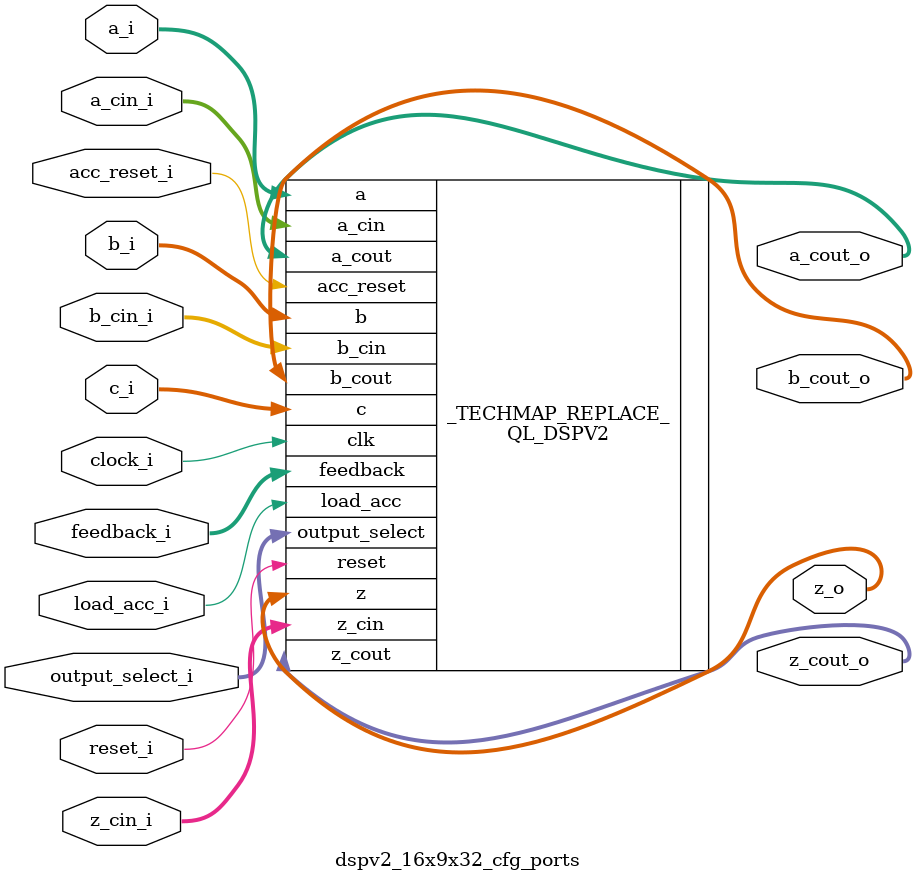
<source format=v>

module dspv2_32x18x64_cfg_ports (
	input  wire [31:0] a_i,
	input  wire [17:0] b_i,
	input  wire [17:0] c_i,
	output wire [49:0] z_o,

	input  wire        clock_i,
	input  wire        reset_i,
	input  wire        acc_reset_i,

	input  wire [ 2:0] feedback_i,
	input  wire        load_acc_i,
	input  wire [ 2:0] output_select_i,
	
	input  wire [31:0] a_cin_i,
	input  wire [17:0] b_cin_i,
	input  wire [49:0] z_cin_i,
	
	output  wire [31:0] a_cout_o,
	output  wire [17:0] b_cout_o,
	output  wire [49:0] z_cout_o

);

	parameter [31:0] COEFF_0 	= 32'h0;
	parameter [5:0]  ACC_FIR   	= 6'h0;
	parameter [2:0]  ROUND 		= 3'h0;
	parameter [4:0]  ZC_SHIFT	= 5'h0;
	parameter [4:0]  ZREG_SHIFT	= 5'h0;
	parameter [5:0]  SHIFT_REG 	= 6'h0;
	parameter  SATURATE  = 1'b0;
	parameter  SUBTRACT  = 1'b0;
	parameter  PRE_ADD   = 1'b0;
	parameter  A_SEL     = 1'b0;
	parameter  A_REG     = 1'b0;
	parameter  B_SEL     = 1'b0;
	parameter  B_REG     = 1'b0;
	parameter  C_REG     = 1'b0;
	parameter  BC_REG    = 1'b0;
	parameter  M_REG     = 1'b0;
	parameter  ZCIN_REG  = 1'b0;
	parameter  FRAC_MODE = 1'b0;  // 32x18x64 DSP

	(* is_inferred *)
	QL_DSPV2 #(
		.MODE_BITS({FRAC_MODE,3'b000,ZCIN_REG,M_REG,BC_REG,C_REG,B_REG,B_SEL,A_REG,A_SEL,PRE_ADD,SUBTRACT,SATURATE,SHIFT_REG,ZREG_SHIFT,ZC_SHIFT,ROUND,ACC_FIR,COEFF_0})
	) _TECHMAP_REPLACE_ (
		.a(a_i),
		.b(b_i),
		.c(c_i),
		.load_acc(load_acc_i),
		.feedback(feedback_i),
		.output_select(output_select_i),
		.z(z_o),
		
		.clk(clock_i),
		.reset(reset_i),
		.acc_reset(acc_reset_i),

		.a_cin(a_cin_i),
		.b_cin(b_cin_i),
		.z_cin(z_cin_i),

		.z_cout(z_cout_o),
		.a_cout(a_cout_o),
		.b_cout(b_cout_o)
	);
	
endmodule

module dspv2_16x9x32_cfg_ports (
	input  wire [15:0] a_i,
	input  wire [8:0] b_i,
	input  wire [8:0] c_i,
	output wire [24:0] z_o,

	input  wire        clock_i,
	input  wire        reset_i,
	input  wire        acc_reset_i,

	input  wire [ 2:0] feedback_i,
	input  wire        load_acc_i,
	input  wire [ 2:0] output_select_i,
	
	input  wire [15:0] a_cin_i,
	input  wire [8:0] b_cin_i,
	input  wire [24:0] z_cin_i,
	
	output  wire [15:0] a_cout_o,
	output  wire [8:0] b_cout_o,
	output  wire [24:0] z_cout_o

);

	parameter [15:0] COEFF_0 	= 16'h0;
	parameter [5:0]  ACC_FIR   	= 6'h0;
	parameter [2:0]  ROUND 		= 3'h0;
	parameter [4:0]  ZC_SHIFT	= 5'h0;
	parameter [4:0]  ZREG_SHIFT	= 5'h0;
	parameter [5:0]  SHIFT_REG 	= 6'h0;
	parameter  SATURATE  = 1'b0;
	parameter  SUBTRACT  = 1'b0;
	parameter  PRE_ADD   = 1'b0;
	parameter  A_SEL     = 1'b0;
	parameter  A_REG     = 1'b0;
	parameter  B_SEL     = 1'b0;
	parameter  B_REG     = 1'b0;
	parameter  C_REG     = 1'b0;
	parameter  BC_REG    = 1'b0;
	parameter  M_REG     = 1'b0;
	parameter  ZCIN_REG  = 1'b0;
	parameter  FRAC_MODE = 1'b1;  // 16x9x32 DSP

	(* is_inferred *)
	QL_DSPV2 #(
		.MODE_BITS({FRAC_MODE,3'b000,ZCIN_REG,M_REG,BC_REG,C_REG,B_REG,B_SEL,A_REG,A_SEL,PRE_ADD,SUBTRACT,SATURATE,SHIFT_REG,ZREG_SHIFT,ZC_SHIFT,ROUND,ACC_FIR,16'h0,COEFF_0})
	) _TECHMAP_REPLACE_ (
		.a(a_i),
		.b(b_i),
		.c(c_i),
		.load_acc(load_acc_i),
		.feedback(feedback_i),
		.output_select(output_select_i),
		.z(z_o),
		
		.clk(clock_i),
		.reset(reset_i),
		.acc_reset(acc_reset_i),

		.a_cin(a_cin_i),
		.b_cin(b_cin_i),
		.z_cin(z_cin_i),

		.z_cout(z_cout_o),
		.a_cout(a_cout_o),
		.b_cout(b_cout_o)
	);
	
endmodule


</source>
